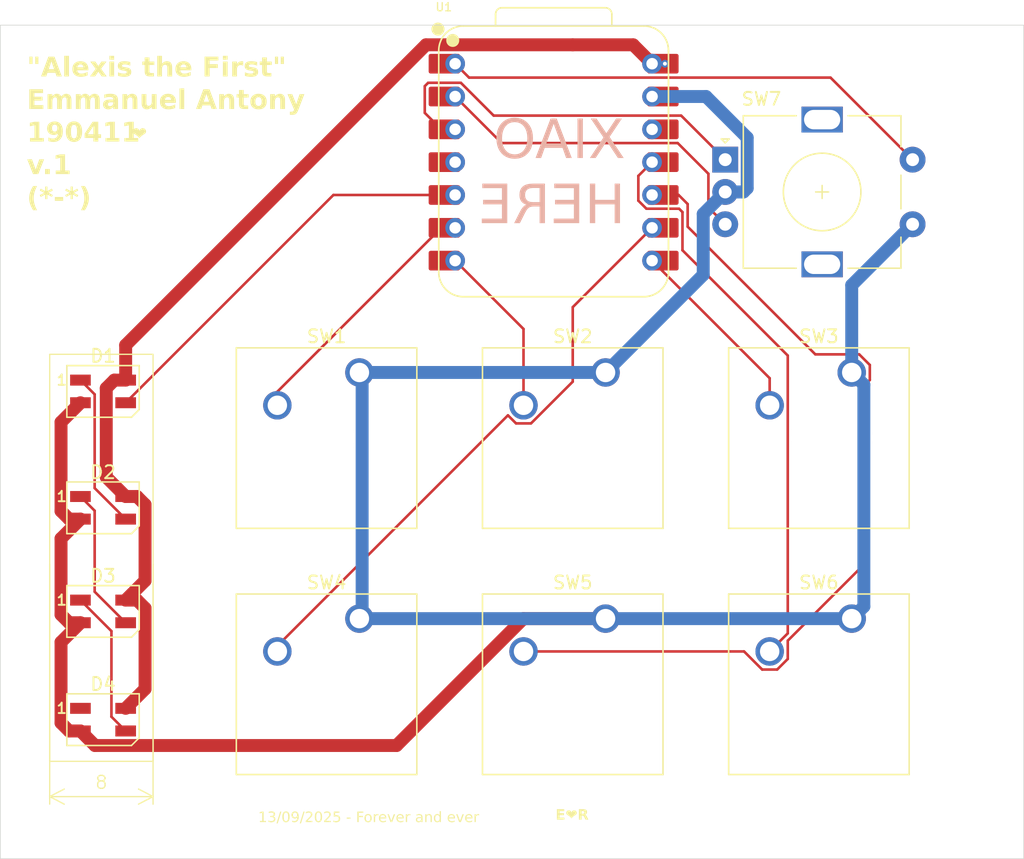
<source format=kicad_pcb>
(kicad_pcb (version 20241229) (generator "pcbnew") (generator_version "9.0")
  (layers (0 "F.Cu" signal) (2 "B.Cu" signal) (13 "F.Paste" user) (15 "B.Paste" user) (5 "F.SilkS" user "F.Silkscreen") (7 "B.SilkS" user "B.Silkscreen") (1 "F.Mask" user) (3 "B.Mask" user) (25 "Edge.Cuts" user))
  (net 0 "")
  (net 1 "Net-(D1-DOUT)")
  (net 2 "+5V")
  (net 3 "GND")
  (net 4 "Net-(D1-DIN)")
  (net 5 "Net-(D2-DOUT)")
  (net 6 "Net-(D3-DOUT)")
  (net 8 "Net-(U1-GPIO7{slash}SCL)")
  (net 9 "Net-(U1-GPIO0{slash}TX)")
  (net 10 "Net-(U1-GPIO1{slash}RX)")
  (net 11 "Net-(U1-GPIO2{slash}SCK)")
  (net 12 "Net-(U1-GPIO4{slash}MISO)")
  (net 13 "Net-(U1-GPIO3{slash}MOSI)")
  (net 14 "Net-(U1-GPIO27{slash}ADC1{slash}A1)")
  (net 15 "Net-(U1-GPIO26{slash}ADC0{slash}A0)")
  (net 16 "Net-(U1-GPIO28{slash}ADC2{slash}A2)")
  (footprint "Button_Switch_Keyboard:SW_Cherry_MX_1.00u_PCB" (layer "F.Cu") (at 166.05 100.38)
    (property "Reference" "SW3" (at -2.54 -2.794 0) (layer "F.SilkS"))
    (property "Value" "SW_Push")
    (fp_line (start -9.525 -1.905) (end 4.445 -1.905) (stroke (width 0.12)) (layer "F.SilkS"))
    (fp_line (start -9.525 12.065) (end -9.525 -1.905) (stroke (width 0.12)) (layer "F.SilkS"))
    (fp_line (start 4.445 -1.905) (end 4.445 12.065) (stroke (width 0.12)) (layer "F.SilkS"))
    (fp_line (start 4.445 12.065) (end -9.525 12.065) (stroke (width 0.12)) (layer "F.SilkS"))
    (pad "" np_thru_hole circle (at -7.62 5.08) (size 1.7 1.7) (drill 1.7) (layers "*.Cu" "*.Mask"))
    (pad "" np_thru_hole circle (at -2.54 5.08) (size 4 4) (drill 4) (layers "*.Cu" "*.Mask"))
    (pad "" np_thru_hole circle (at 2.54 5.08) (size 1.7 1.7) (drill 1.7) (layers "*.Cu" "*.Mask"))
    (pad "1" thru_hole circle (at 0 0) (size 2.2 2.2) (drill 1.5) (layers "*.Cu" "*.Mask") (net 3 "GND"))
    (pad "2" thru_hole circle (at -6.35 2.54) (size 2.2 2.2) (drill 1.5) (layers "*.Cu" "*.Mask") (net 10 "Net-(U1-GPIO1{slash}RX)"))
  )
  (footprint "Button_Switch_Keyboard:SW_Cherry_MX_1.00u_PCB" (layer "F.Cu") (at 166.05 119.43)
    (property "Reference" "SW6" (at -2.54 -2.794 0) (layer "F.SilkS"))
    (property "Value" "SW_Push")
    (fp_line (start -9.525 -1.905) (end 4.445 -1.905) (stroke (width 0.12)) (layer "F.SilkS"))
    (fp_line (start -9.525 12.065) (end -9.525 -1.905) (stroke (width 0.12)) (layer "F.SilkS"))
    (fp_line (start 4.445 -1.905) (end 4.445 12.065) (stroke (width 0.12)) (layer "F.SilkS"))
    (fp_line (start 4.445 12.065) (end -9.525 12.065) (stroke (width 0.12)) (layer "F.SilkS"))
    (pad "" np_thru_hole circle (at -7.62 5.08) (size 1.7 1.7) (drill 1.7) (layers "*.Cu" "*.Mask"))
    (pad "" np_thru_hole circle (at -2.54 5.08) (size 4 4) (drill 4) (layers "*.Cu" "*.Mask"))
    (pad "" np_thru_hole circle (at 2.54 5.08) (size 1.7 1.7) (drill 1.7) (layers "*.Cu" "*.Mask"))
    (pad "1" thru_hole circle (at 0 0) (size 2.2 2.2) (drill 1.5) (layers "*.Cu" "*.Mask") (net 3 "GND"))
    (pad "2" thru_hole circle (at -6.35 2.54) (size 2.2 2.2) (drill 1.5) (layers "*.Cu" "*.Mask") (net 13 "Net-(U1-GPIO3{slash}MOSI)"))
  )
  (footprint "opl:XIAO-RP2040-DIP" (layer "F.Cu") (at 142.98 84.10375)
    (property "Reference" "U1" (at -8.5 -12 0) (layer "F.SilkS") (effects (font (size 0.635 0.635) (thickness 0.1016))))
    (property "Value" "XIAO-RP2040-DIP")
    (fp_line (start -8.89 8.509) (end -8.89 -8.636) (stroke (width 0.127)) (layer "F.SilkS"))
    (fp_line (start -6.985 10.414) (end 6.985 10.414) (stroke (width 0.127)) (layer "F.SilkS"))
    (fp_line (start -4.495 -10.541) (end -4.491272 -11.451272) (stroke (width 0.127)) (layer "F.SilkS"))
    (fp_line (start -3.991272 -11.951) (end 4.004 -11.951) (stroke (width 0.127)) (layer "F.SilkS"))
    (fp_line (start 4.504 -11.451) (end 4.504 -10.541) (stroke (width 0.127)) (layer "F.SilkS"))
    (fp_line (start 6.985 -10.541) (end -6.985 -10.541) (stroke (width 0.1)) (layer "F.SilkS"))
    (fp_line (start 6.985 -10.541) (end -6.985 -10.541) (stroke (width 0.127)) (layer "F.SilkS"))
    (fp_line (start 8.89 8.509) (end 8.89 -8.636) (stroke (width 0.127)) (layer "F.SilkS"))
    (fp_arc (start -8.89 -8.636) (mid -8.332038 -9.983038) (end -6.985 -10.541) (stroke (width 0.127)) (layer "F.SilkS"))
    (fp_arc (start -6.985 10.414) (mid -8.332038 9.856038) (end -8.89 8.509) (stroke (width 0.127)) (layer "F.SilkS"))
    (fp_arc (start -4.491272 -11.451272) (mid -4.344728 -11.80464) (end -3.991272 -11.951) (stroke (width 0.127)) (layer "F.SilkS"))
    (fp_arc (start 4.004 -11.951) (mid 4.357553 -11.804553) (end 4.504 -11.451) (stroke (width 0.127)) (layer "F.SilkS"))
    (fp_arc (start 6.985 -10.541) (mid 8.332038 -9.983038) (end 8.89 -8.636) (stroke (width 0.127)) (layer "F.SilkS"))
    (fp_arc (start 8.89 8.509) (mid 8.332038 9.856038) (end 6.985 10.414) (stroke (width 0.127)) (layer "F.SilkS"))
    (fp_circle (center -8.95 -10.3) (end -8.95 -10.554) (stroke (width 0.5)) (fill yes) (layer "F.SilkS"))
    (fp_circle (center -7.807 -9.42) (end -7.807 -9.674) (stroke (width 0.5)) (fill yes) (layer "F.SilkS"))
    (pad "1" smd roundrect (at -8.455 -7.62 180) (size 2.432 1.524) (layers "F.Cu" "F.Mask") (roundrect_rratio 0.1) (net 15 "Net-(U1-GPIO26{slash}ADC0{slash}A0)"))
    (pad "1" thru_hole circle (at -7.62 -7.62 180) (size 1.524 1.524) (drill 0.889) (layers "*.Cu" "*.Mask") (net 15 "Net-(U1-GPIO26{slash}ADC0{slash}A0)"))
    (pad "2" smd roundrect (at -8.455 -5.08 180) (size 2.432 1.524) (layers "F.Cu" "F.Mask") (roundrect_rratio 0.1) (net 14 "Net-(U1-GPIO27{slash}ADC1{slash}A1)"))
    (pad "2" thru_hole circle (at -7.62 -5.08 180) (size 1.524 1.524) (drill 0.889) (layers "*.Cu" "*.Mask") (net 14 "Net-(U1-GPIO27{slash}ADC1{slash}A1)"))
    (pad "3" smd roundrect (at -8.455 -2.54 180) (size 2.432 1.524) (layers "F.Cu" "F.Mask") (roundrect_rratio 0.1) (net 16 "Net-(U1-GPIO28{slash}ADC2{slash}A2)"))
    (pad "3" thru_hole circle (at -7.62 -2.54 180) (size 1.524 1.524) (drill 0.889) (layers "*.Cu" "*.Mask") (net 16 "Net-(U1-GPIO28{slash}ADC2{slash}A2)"))
    (pad "4" smd roundrect (at -8.455 0 180) (size 2.432 1.524) (layers "F.Cu" "F.Mask") (roundrect_rratio 0.1))
    (pad "4" thru_hole circle (at -7.62 0 180) (size 1.524 1.524) (drill 0.889) (layers "*.Cu" "*.Mask"))
    (pad "5" smd roundrect (at -8.455 2.54 180) (size 2.432 1.524) (layers "F.Cu" "F.Mask") (roundrect_rratio 0.1) (net 4 "Net-(D1-DIN)"))
    (pad "5" thru_hole circle (at -7.62 2.54 180) (size 1.524 1.524) (drill 0.889) (layers "*.Cu" "*.Mask") (net 4 "Net-(D1-DIN)"))
    (pad "6" smd roundrect (at -8.455 5.08 180) (size 2.432 1.524) (layers "F.Cu" "F.Mask") (roundrect_rratio 0.1) (net 8 "Net-(U1-GPIO7{slash}SCL)"))
    (pad "6" thru_hole circle (at -7.62 5.08 180) (size 1.524 1.524) (drill 0.889) (layers "*.Cu" "*.Mask") (net 8 "Net-(U1-GPIO7{slash}SCL)"))
    (pad "7" smd roundrect (at -8.455 7.62 180) (size 2.432 1.524) (layers "F.Cu" "F.Mask") (roundrect_rratio 0.1) (net 9 "Net-(U1-GPIO0{slash}TX)"))
    (pad "7" thru_hole circle (at -7.62 7.62 180) (size 1.524 1.524) (drill 0.889) (layers "*.Cu" "*.Mask") (net 9 "Net-(U1-GPIO0{slash}TX)"))
    (pad "8" thru_hole circle (at 7.62 7.62) (size 1.524 1.524) (drill 0.889) (layers "*.Cu" "*.Mask") (net 10 "Net-(U1-GPIO1{slash}RX)"))
    (pad "8" smd roundrect (at 8.455 7.62) (size 2.432 1.524) (layers "F.Cu" "F.Mask") (roundrect_rratio 0.1) (net 10 "Net-(U1-GPIO1{slash}RX)"))
    (pad "9" thru_hole circle (at 7.62 5.08) (size 1.524 1.524) (drill 0.889) (layers "*.Cu" "*.Mask") (net 11 "Net-(U1-GPIO2{slash}SCK)"))
    (pad "9" smd roundrect (at 8.455 5.08) (size 2.432 1.524) (layers "F.Cu" "F.Mask") (roundrect_rratio 0.1) (net 11 "Net-(U1-GPIO2{slash}SCK)"))
    (pad "10" thru_hole circle (at 7.62 2.54) (size 1.524 1.524) (drill 0.889) (layers "*.Cu" "*.Mask") (net 12 "Net-(U1-GPIO4{slash}MISO)"))
    (pad "10" smd roundrect (at 8.455 2.54) (size 2.432 1.524) (layers "F.Cu" "F.Mask") (roundrect_rratio 0.1) (net 12 "Net-(U1-GPIO4{slash}MISO)"))
    (pad "11" thru_hole circle (at 7.62 0) (size 1.524 1.524) (drill 0.889) (layers "*.Cu" "*.Mask") (net 13 "Net-(U1-GPIO3{slash}MOSI)"))
    (pad "11" smd roundrect (at 8.455 0) (size 2.432 1.524) (layers "F.Cu" "F.Mask") (roundrect_rratio 0.1) (net 13 "Net-(U1-GPIO3{slash}MOSI)"))
    (pad "12" thru_hole circle (at 7.62 -2.54) (size 1.524 1.524) (drill 0.889) (layers "*.Cu" "*.Mask"))
    (pad "12" smd roundrect (at 8.455 -2.54) (size 2.432 1.524) (layers "F.Cu" "F.Mask") (roundrect_rratio 0.1))
    (pad "13" thru_hole circle (at 7.62 -5.08) (size 1.524 1.524) (drill 0.889) (layers "*.Cu" "*.Mask") (net 3 "GND"))
    (pad "13" smd roundrect (at 8.455 -5.08) (size 2.432 1.524) (layers "F.Cu" "F.Mask") (roundrect_rratio 0.1) (net 3 "GND"))
    (pad "14" thru_hole circle (at 7.62 -7.62) (size 1.524 1.524) (drill 0.889) (layers "*.Cu" "*.Mask") (net 2 "+5V"))
    (pad "14" smd roundrect (at 8.455 -7.62) (size 2.432 1.524) (layers "F.Cu" "F.Mask") (roundrect_rratio 0.1) (net 2 "+5V"))
  )
  (footprint "LED_SMD:LED_SK6812MINI_PLCC4_3.5x3.5mm_P1.75mm" (layer "F.Cu") (at 108.11 118.8725)
    (property "Reference" "D3" (at 0 -2.75 0) (layer "F.SilkS"))
    (property "Value" "SK6812MINI")
    (fp_line (start -2.8 -2) (end -2.8 2) (stroke (width 0.12)) (layer "F.SilkS"))
    (fp_line (start -2.8 -2) (end 2.8 -2) (stroke (width 0.12)) (layer "F.SilkS"))
    (fp_line (start -2.8 2) (end 2.2 2) (stroke (width 0.12)) (layer "F.SilkS"))
    (fp_line (start 2.8 1.4) (end 2.2 2) (stroke (width 0.12)) (layer "F.SilkS"))
    (fp_line (start 2.8 1.4) (end 2.8 -2) (stroke (width 0.12)) (layer "F.SilkS"))
    (fp_text user "1" (at -3.2 -0.875 0) (layer "F.SilkS") (effects (font (size 0.8 0.8))))
    (pad "1" smd rect (at -1.75 -0.875) (size 1.6 0.85) (layers "F.Cu" "F.Mask" "F.Paste") (net 6 "Net-(D3-DOUT)"))
    (pad "2" smd rect (at -1.75 0.875) (size 1.6 0.85) (layers "F.Cu" "F.Mask" "F.Paste") (net 3 "GND"))
    (pad "3" smd rect (at 1.75 0.875) (size 1.6 0.85) (layers "F.Cu" "F.Mask" "F.Paste") (net 5 "Net-(D2-DOUT)"))
    (pad "4" smd rect (at 1.75 -0.875) (size 1.6 0.85) (layers "F.Cu" "F.Mask" "F.Paste") (net 2 "+5V"))
  )
  (footprint "LED_SMD:LED_SK6812MINI_PLCC4_3.5x3.5mm_P1.75mm" (layer "F.Cu") (at 108.11 101.84625)
    (property "Reference" "D1" (at 0 -2.75 0) (layer "F.SilkS"))
    (property "Value" "SK6812MINI")
    (fp_line (start -2.8 -2) (end -2.8 2) (stroke (width 0.12)) (layer "F.SilkS"))
    (fp_line (start -2.8 -2) (end 2.8 -2) (stroke (width 0.12)) (layer "F.SilkS"))
    (fp_line (start -2.8 2) (end 2.2 2) (stroke (width 0.12)) (layer "F.SilkS"))
    (fp_line (start 2.8 1.4) (end 2.2 2) (stroke (width 0.12)) (layer "F.SilkS"))
    (fp_line (start 2.8 1.4) (end 2.8 -2) (stroke (width 0.12)) (layer "F.SilkS"))
    (fp_text user "1" (at -3.2 -0.875 0) (layer "F.SilkS") (effects (font (size 0.8 0.8))))
    (pad "1" smd rect (at -1.75 -0.875) (size 1.6 0.85) (layers "F.Cu" "F.Mask" "F.Paste") (net 1 "Net-(D1-DOUT)"))
    (pad "2" smd rect (at -1.75 0.875) (size 1.6 0.85) (layers "F.Cu" "F.Mask" "F.Paste") (net 3 "GND"))
    (pad "3" smd rect (at 1.75 0.875) (size 1.6 0.85) (layers "F.Cu" "F.Mask" "F.Paste") (net 4 "Net-(D1-DIN)"))
    (pad "4" smd rect (at 1.75 -0.875) (size 1.6 0.85) (layers "F.Cu" "F.Mask" "F.Paste") (net 2 "+5V"))
  )
  (footprint "Button_Switch_Keyboard:SW_Cherry_MX_1.00u_PCB" (layer "F.Cu") (at 127.95 100.38)
    (property "Reference" "SW1" (at -2.54 -2.794 0) (layer "F.SilkS"))
    (property "Value" "SW_Push")
    (fp_line (start -9.525 -1.905) (end 4.445 -1.905) (stroke (width 0.12)) (layer "F.SilkS"))
    (fp_line (start -9.525 12.065) (end -9.525 -1.905) (stroke (width 0.12)) (layer "F.SilkS"))
    (fp_line (start 4.445 -1.905) (end 4.445 12.065) (stroke (width 0.12)) (layer "F.SilkS"))
    (fp_line (start 4.445 12.065) (end -9.525 12.065) (stroke (width 0.12)) (layer "F.SilkS"))
    (pad "" np_thru_hole circle (at -7.62 5.08) (size 1.7 1.7) (drill 1.7) (layers "*.Cu" "*.Mask"))
    (pad "" np_thru_hole circle (at -2.54 5.08) (size 4 4) (drill 4) (layers "*.Cu" "*.Mask"))
    (pad "" np_thru_hole circle (at 2.54 5.08) (size 1.7 1.7) (drill 1.7) (layers "*.Cu" "*.Mask"))
    (pad "1" thru_hole circle (at 0 0) (size 2.2 2.2) (drill 1.5) (layers "*.Cu" "*.Mask") (net 3 "GND"))
    (pad "2" thru_hole circle (at -6.35 2.54) (size 2.2 2.2) (drill 1.5) (layers "*.Cu" "*.Mask") (net 8 "Net-(U1-GPIO7{slash}SCL)"))
  )
  (footprint "Rotary_Encoder:RotaryEncoder_Alps_EC11E-Switch_Vertical_H20mm" (layer "F.Cu") (at 156.26 83.91)
    (property "Reference" "SW7" (at 2.8 -4.7 0) (layer "F.SilkS"))
    (property "Value" "RotaryEncoder_Switch")
    (fp_line (start -0.3 -1.6) (end 0.3 -1.6) (stroke (width 0.12)) (layer "F.SilkS"))
    (fp_line (start 0 -1.3) (end -0.3 -1.6) (stroke (width 0.12)) (layer "F.SilkS"))
    (fp_line (start 0.3 -1.6) (end 0 -1.3) (stroke (width 0.12)) (layer "F.SilkS"))
    (fp_line (start 1.4 -3.4) (end 1.4 8.4) (stroke (width 0.12)) (layer "F.SilkS"))
    (fp_line (start 5.5 -3.4) (end 1.4 -3.4) (stroke (width 0.12)) (layer "F.SilkS"))
    (fp_line (start 5.5 8.4) (end 1.4 8.4) (stroke (width 0.12)) (layer "F.SilkS"))
    (fp_line (start 7 2.5) (end 8 2.5) (stroke (width 0.12)) (layer "F.SilkS"))
    (fp_line (start 7.5 2) (end 7.5 3) (stroke (width 0.12)) (layer "F.SilkS"))
    (fp_line (start 9.5 -3.4) (end 13.6 -3.4) (stroke (width 0.12)) (layer "F.SilkS"))
    (fp_line (start 13.6 -3.4) (end 13.6 -1) (stroke (width 0.12)) (layer "F.SilkS"))
    (fp_line (start 13.6 1.2) (end 13.6 3.8) (stroke (width 0.12)) (layer "F.SilkS"))
    (fp_line (start 13.6 6) (end 13.6 8.4) (stroke (width 0.12)) (layer "F.SilkS"))
    (fp_line (start 13.6 8.4) (end 9.5 8.4) (stroke (width 0.12)) (layer "F.SilkS"))
    (fp_circle (center 7.5 2.5) (end 10.5 2.5) (stroke (width 0.12)) (fill no) (layer "F.SilkS"))
    (pad "A" thru_hole rect (at 0 0) (size 2 2) (drill 1) (layers "*.Cu" "*.Mask") (net 16 "Net-(U1-GPIO28{slash}ADC2{slash}A2)"))
    (pad "B" thru_hole circle (at 0 5) (size 2 2) (drill 1) (layers "*.Cu" "*.Mask") (net 14 "Net-(U1-GPIO27{slash}ADC1{slash}A1)"))
    (pad "C" thru_hole circle (at 0 2.5) (size 2 2) (drill 1) (layers "*.Cu" "*.Mask") (net 3 "GND"))
    (pad "MP" thru_hole rect (at 7.5 -3.1) (size 3.2 2) (drill oval 2.8 1.5) (layers "*.Cu" "*.Mask"))
    (pad "MP" thru_hole rect (at 7.5 8.1) (size 3.2 2) (drill oval 2.8 1.5) (layers "*.Cu" "*.Mask"))
    (pad "S1" thru_hole circle (at 14.5 5) (size 2 2) (drill 1) (layers "*.Cu" "*.Mask") (net 3 "GND"))
    (pad "S2" thru_hole circle (at 14.5 0) (size 2 2) (drill 1) (layers "*.Cu" "*.Mask") (net 15 "Net-(U1-GPIO26{slash}ADC0{slash}A0)"))
  )
  (footprint "LED_SMD:LED_SK6812MINI_PLCC4_3.5x3.5mm_P1.75mm" (layer "F.Cu") (at 108.11 127.24875)
    (property "Reference" "D4" (at 0 -2.75 0) (layer "F.SilkS"))
    (property "Value" "SK6812MINI")
    (fp_line (start -2.8 -2) (end -2.8 2) (stroke (width 0.12)) (layer "F.SilkS"))
    (fp_line (start -2.8 -2) (end 2.8 -2) (stroke (width 0.12)) (layer "F.SilkS"))
    (fp_line (start -2.8 2) (end 2.2 2) (stroke (width 0.12)) (layer "F.SilkS"))
    (fp_line (start 2.8 1.4) (end 2.2 2) (stroke (width 0.12)) (layer "F.SilkS"))
    (fp_line (start 2.8 1.4) (end 2.8 -2) (stroke (width 0.12)) (layer "F.SilkS"))
    (fp_text user "1" (at -3.2 -0.875 0) (layer "F.SilkS") (effects (font (size 0.8 0.8))))
    (pad "1" smd rect (at -1.75 -0.875) (size 1.6 0.85) (layers "F.Cu" "F.Mask" "F.Paste"))
    (pad "2" smd rect (at -1.75 0.875) (size 1.6 0.85) (layers "F.Cu" "F.Mask" "F.Paste") (net 3 "GND"))
    (pad "3" smd rect (at 1.75 0.875) (size 1.6 0.85) (layers "F.Cu" "F.Mask" "F.Paste") (net 6 "Net-(D3-DOUT)"))
    (pad "4" smd rect (at 1.75 -0.875) (size 1.6 0.85) (layers "F.Cu" "F.Mask" "F.Paste") (net 2 "+5V"))
  )
  (footprint "LED_SMD:LED_SK6812MINI_PLCC4_3.5x3.5mm_P1.75mm" (layer "F.Cu") (at 108.11 110.85375)
    (property "Reference" "D2" (at 0 -2.75 0) (layer "F.SilkS"))
    (property "Value" "SK6812MINI")
    (fp_line (start -2.8 -2) (end -2.8 2) (stroke (width 0.12)) (layer "F.SilkS"))
    (fp_line (start -2.8 -2) (end 2.8 -2) (stroke (width 0.12)) (layer "F.SilkS"))
    (fp_line (start -2.8 2) (end 2.2 2) (stroke (width 0.12)) (layer "F.SilkS"))
    (fp_line (start 2.8 1.4) (end 2.2 2) (stroke (width 0.12)) (layer "F.SilkS"))
    (fp_line (start 2.8 1.4) (end 2.8 -2) (stroke (width 0.12)) (layer "F.SilkS"))
    (fp_text user "1" (at -3.2 -0.875 0) (layer "F.SilkS") (effects (font (size 0.8 0.8))))
    (pad "1" smd rect (at -1.75 -0.875) (size 1.6 0.85) (layers "F.Cu" "F.Mask" "F.Paste") (net 5 "Net-(D2-DOUT)"))
    (pad "2" smd rect (at -1.75 0.875) (size 1.6 0.85) (layers "F.Cu" "F.Mask" "F.Paste") (net 3 "GND"))
    (pad "3" smd rect (at 1.75 0.875) (size 1.6 0.85) (layers "F.Cu" "F.Mask" "F.Paste") (net 1 "Net-(D1-DOUT)"))
    (pad "4" smd rect (at 1.75 -0.875) (size 1.6 0.85) (layers "F.Cu" "F.Mask" "F.Paste") (net 2 "+5V"))
  )
  (footprint "Button_Switch_Keyboard:SW_Cherry_MX_1.00u_PCB" (layer "F.Cu") (at 127.95 119.43)
    (property "Reference" "SW4" (at -2.54 -2.794 0) (layer "F.SilkS"))
    (property "Value" "SW_Push")
    (fp_line (start -9.525 -1.905) (end 4.445 -1.905) (stroke (width 0.12)) (layer "F.SilkS"))
    (fp_line (start -9.525 12.065) (end -9.525 -1.905) (stroke (width 0.12)) (layer "F.SilkS"))
    (fp_line (start 4.445 -1.905) (end 4.445 12.065) (stroke (width 0.12)) (layer "F.SilkS"))
    (fp_line (start 4.445 12.065) (end -9.525 12.065) (stroke (width 0.12)) (layer "F.SilkS"))
    (pad "" np_thru_hole circle (at -7.62 5.08) (size 1.7 1.7) (drill 1.7) (layers "*.Cu" "*.Mask"))
    (pad "" np_thru_hole circle (at -2.54 5.08) (size 4 4) (drill 4) (layers "*.Cu" "*.Mask"))
    (pad "" np_thru_hole circle (at 2.54 5.08) (size 1.7 1.7) (drill 1.7) (layers "*.Cu" "*.Mask"))
    (pad "1" thru_hole circle (at 0 0) (size 2.2 2.2) (drill 1.5) (layers "*.Cu" "*.Mask") (net 3 "GND"))
    (pad "2" thru_hole circle (at -6.35 2.54) (size 2.2 2.2) (drill 1.5) (layers "*.Cu" "*.Mask") (net 11 "Net-(U1-GPIO2{slash}SCK)"))
  )
  (footprint "Button_Switch_Keyboard:SW_Cherry_MX_1.00u_PCB" (layer "F.Cu") (at 147 100.38)
    (property "Reference" "SW2" (at -2.54 -2.794 0) (layer "F.SilkS"))
    (property "Value" "SW_Push")
    (fp_line (start -9.525 -1.905) (end 4.445 -1.905) (stroke (width 0.12)) (layer "F.SilkS"))
    (fp_line (start -9.525 12.065) (end -9.525 -1.905) (stroke (width 0.12)) (layer "F.SilkS"))
    (fp_line (start 4.445 -1.905) (end 4.445 12.065) (stroke (width 0.12)) (layer "F.SilkS"))
    (fp_line (start 4.445 12.065) (end -9.525 12.065) (stroke (width 0.12)) (layer "F.SilkS"))
    (pad "" np_thru_hole circle (at -7.62 5.08) (size 1.7 1.7) (drill 1.7) (layers "*.Cu" "*.Mask"))
    (pad "" np_thru_hole circle (at -2.54 5.08) (size 4 4) (drill 4) (layers "*.Cu" "*.Mask"))
    (pad "" np_thru_hole circle (at 2.54 5.08) (size 1.7 1.7) (drill 1.7) (layers "*.Cu" "*.Mask"))
    (pad "1" thru_hole circle (at 0 0) (size 2.2 2.2) (drill 1.5) (layers "*.Cu" "*.Mask") (net 3 "GND"))
    (pad "2" thru_hole circle (at -6.35 2.54) (size 2.2 2.2) (drill 1.5) (layers "*.Cu" "*.Mask") (net 9 "Net-(U1-GPIO0{slash}TX)"))
  )
  (footprint "Button_Switch_Keyboard:SW_Cherry_MX_1.00u_PCB" (layer "F.Cu") (at 147 119.43)
    (property "Reference" "SW5" (at -2.54 -2.794 0) (layer "F.SilkS"))
    (property "Value" "SW_Push")
    (fp_line (start -9.525 -1.905) (end 4.445 -1.905) (stroke (width 0.12)) (layer "F.SilkS"))
    (fp_line (start -9.525 12.065) (end -9.525 -1.905) (stroke (width 0.12)) (layer "F.SilkS"))
    (fp_line (start 4.445 -1.905) (end 4.445 12.065) (stroke (width 0.12)) (layer "F.SilkS"))
    (fp_line (start 4.445 12.065) (end -9.525 12.065) (stroke (width 0.12)) (layer "F.SilkS"))
    (pad "" np_thru_hole circle (at -7.62 5.08) (size 1.7 1.7) (drill 1.7) (layers "*.Cu" "*.Mask"))
    (pad "" np_thru_hole circle (at -2.54 5.08) (size 4 4) (drill 4) (layers "*.Cu" "*.Mask"))
    (pad "" np_thru_hole circle (at 2.54 5.08) (size 1.7 1.7) (drill 1.7) (layers "*.Cu" "*.Mask"))
    (pad "1" thru_hole circle (at 0 0) (size 2.2 2.2) (drill 1.5) (layers "*.Cu" "*.Mask") (net 3 "GND"))
    (pad "2" thru_hole circle (at -6.35 2.54) (size 2.2 2.2) (drill 1.5) (layers "*.Cu" "*.Mask") (net 12 "Net-(U1-GPIO4{slash}MISO)"))
  )
  (gr_rect (start 103.98 98.97375) (end 111.98 130.47375) (stroke (width 0.1)) (fill no) (layer "F.SilkS"))
  (gr_rect (start 100.16 73.50375) (end 179.36 138.00375) (stroke (width 0.05)) (fill no) (layer "Edge.Cuts"))
  (gr_text "E❤️R" (at 143.13 135.12375 0) (layer "F.SilkS") (effects (font (size 0.8 0.8) (thickness 0.1) (bold yes)) (justify left bottom)))
  (gr_text "❤️" (at 110.34 82.54375 0) (layer "F.SilkS") (effects (font (size 1 1) (thickness 0.1)) (justify left bottom)))
  (gr_text "13/09/2025 - Forever and ever" (at 120.11 135.31375 0) (layer "F.SilkS") (effects (font (size 0.8 0.8) (thickness 0.1)) (justify left bottom)))
  (gr_text "{dblquote}Alexis the First{dblquote}\nEmmanuel Antony \n190411 \nv.1\n(*-*)" (at 102.21 87.80375 0) (layer "F.SilkS") (effects (font (size 1.5 1.5) (thickness 0.3) (bold yes)) (justify left bottom)))
  (gr_text "XIAO\nHERE" (at 148.53 89.33375 0) (layer "B.SilkS") (effects (font (size 3 3) (thickness 0.625)) (justify left bottom mirror)))
  (dimension (type orthogonal) (layer "F.SilkS") (pts (xy 111.98 114.72375) (xy 103.98 114.72375)) (height 18.48) (orientation 0) (format (prefix "") (suffix "") (units 3) (units_format 0) (precision 4) (suppress_zeroes yes)) (style (thickness 0.1) (arrow_length 1.27) (text_position_mode 0) (arrow_direction outward) (extension_height 0.58642) (extension_offset 0.5) (keep_text_aligned yes)) (gr_text "8" (at 107.98 132.10375 0) (layer "F.SilkS") (effects (font (size 1 1) (thickness 0.1)))))
  (segment (start 107.461 102.07225) (end 107.461 109.32975) (width 0.2) (layer "F.Cu") (net 1))
  (segment (start 107.461 109.32975) (end 109.86 111.72875) (width 0.2) (layer "F.Cu") (net 1))
  (segment (start 106.36 100.97125) (end 107.461 102.07225) (width 0.2) (layer "F.Cu") (net 1))
  (segment (start 111.361 124.87275) (end 109.86 126.37375) (width 1) (layer "F.Cu") (net 2))
  (segment (start 108.983 100.97125) (end 109.86 100.97125) (width 1) (layer "F.Cu") (net 2))
  (segment (start 111.361 110.60275) (end 111.361 116.4965) (width 1) (layer "F.Cu") (net 2))
  (segment (start 109.86 109.97875) (end 110.737 109.97875) (width 1) (layer "F.Cu") (net 2))
  (segment (start 108.359 108.47775) (end 108.359 101.59525) (width 1) (layer "F.Cu") (net 2))
  (segment (start 149.137 75.02075) (end 150.6 76.48375) (width 1) (layer "F.Cu") (net 2))
  (segment (start 109.86 98.264438) (end 133.103688 75.02075) (width 1) (layer "F.Cu") (net 2))
  (segment (start 110.737 109.97875) (end 111.361 110.60275) (width 1) (layer "F.Cu") (net 2))
  (segment (start 109.86 117.9975) (end 110.737 117.9975) (width 1) (layer "F.Cu") (net 2))
  (segment (start 133.103688 75.02075) (end 144.46 75.02075) (width 1) (layer "F.Cu") (net 2))
  (segment (start 109.86 109.97875) (end 108.359 108.47775) (width 1) (layer "F.Cu") (net 2))
  (segment (start 109.86 100.97125) (end 109.86 98.264438) (width 1) (layer "F.Cu") (net 2))
  (segment (start 144.46 75.02075) (end 149.137 75.02075) (width 1) (layer "F.Cu") (net 2))
  (segment (start 110.737 117.9975) (end 111.361 118.6215) (width 1) (layer "F.Cu") (net 2))
  (segment (start 108.359 101.59525) (end 108.983 100.97125) (width 1) (layer "F.Cu") (net 2))
  (segment (start 111.361 118.6215) (end 111.361 124.87275) (width 1) (layer "F.Cu") (net 2))
  (segment (start 111.361 116.4965) (end 109.86 117.9975) (width 1) (layer "F.Cu") (net 2))
  (via (at 151.5945 76.48375) (size 0.6) (drill 0.3) (layers "F.Cu" "B.Cu") (net 2))
  (segment (start 150.68 76.48375) (end 151.5945 76.48375) (width 0.2) (layer "B.Cu") (net 2))
  (segment (start 105.483 119.7475) (end 104.859 119.1235) (width 1) (layer "F.Cu") (net 3))
  (segment (start 104.859 119.1235) (end 104.859 113.22975) (width 1) (layer "F.Cu") (net 3))
  (segment (start 107.486 129.24975) (end 130.823251 129.24975) (width 1) (layer "F.Cu") (net 3))
  (segment (start 140.643001 119.43) (end 147 119.43) (width 1) (layer "F.Cu") (net 3))
  (segment (start 106.36 111.72875) (end 105.483 111.72875) (width 1) (layer "F.Cu") (net 3))
  (segment (start 105.483 128.12375) (end 104.859 127.49975) (width 1) (layer "F.Cu") (net 3))
  (segment (start 104.859 104.22225) (end 106.36 102.72125) (width 1) (layer "F.Cu") (net 3))
  (segment (start 106.36 128.12375) (end 107.486 129.24975) (width 1) (layer "F.Cu") (net 3))
  (segment (start 104.859 121.2485) (end 106.36 119.7475) (width 1) (layer "F.Cu") (net 3))
  (segment (start 104.859 113.22975) (end 106.36 111.72875) (width 1) (layer "F.Cu") (net 3))
  (segment (start 106.36 119.7475) (end 105.483 119.7475) (width 1) (layer "F.Cu") (net 3))
  (segment (start 130.823251 129.24975) (end 140.643001 119.43) (width 1) (layer "F.Cu") (net 3))
  (segment (start 105.483 111.72875) (end 104.859 111.10475) (width 1) (layer "F.Cu") (net 3))
  (segment (start 104.859 111.10475) (end 104.859 104.22225) (width 1) (layer "F.Cu") (net 3))
  (segment (start 106.36 128.12375) (end 105.483 128.12375) (width 1) (layer "F.Cu") (net 3))
  (segment (start 104.859 127.49975) (end 104.859 121.2485) (width 1) (layer "F.Cu") (net 3))
  (segment (start 127.95 100.38) (end 128.161 100.591) (width 1) (layer "B.Cu") (net 3))
  (segment (start 154.77575 79.02375) (end 150.6 79.02375) (width 1) (layer "B.Cu") (net 3))
  (segment (start 157.961 82.209) (end 154.77575 79.02375) (width 1) (layer "B.Cu") (net 3))
  (segment (start 157.674213 86.41) (end 157.961 86.123213) (width 1) (layer "B.Cu") (net 3))
  (segment (start 128.161 100.591) (end 128.161 119.219) (width 1) (layer "B.Cu") (net 3))
  (segment (start 166.989 101.319) (end 166.05 100.38) (width 1) (layer "B.Cu") (net 3))
  (segment (start 154.559 92.821) (end 154.559 88.111) (width 1) (layer "B.Cu") (net 3))
  (segment (start 147 100.38) (end 154.559 92.821) (width 1) (layer "B.Cu") (net 3))
  (segment (start 127.95 119.43) (end 147 119.43) (width 1) (layer "B.Cu") (net 3))
  (segment (start 166.05 119.43) (end 166.989 118.491) (width 1) (layer "B.Cu") (net 3))
  (segment (start 154.559 88.111) (end 156.26 86.41) (width 1) (layer "B.Cu") (net 3))
  (segment (start 147 119.43) (end 166.05 119.43) (width 1) (layer "B.Cu") (net 3))
  (segment (start 156.26 86.41) (end 157.674213 86.41) (width 1) (layer "B.Cu") (net 3))
  (segment (start 170.76 88.91) (end 166.05 93.62) (width 1) (layer "B.Cu") (net 3))
  (segment (start 166.989 118.491) (end 166.989 101.319) (width 1) (layer "B.Cu") (net 3))
  (segment (start 127.95 100.38) (end 147 100.38) (width 1) (layer "B.Cu") (net 3))
  (segment (start 166.05 100.38) (end 166.05 93.62) (width 1) (layer "B.Cu") (net 3))
  (segment (start 128.161 119.219) (end 127.95 119.43) (width 1) (layer "B.Cu") (net 3))
  (segment (start 157.961 86.123213) (end 157.961 82.209) (width 1) (layer "B.Cu") (net 3))
  (segment (start 109.86 102.72125) (end 125.9375 86.64375) (width 0.2) (layer "F.Cu") (net 4))
  (segment (start 125.9375 86.64375) (end 135.36 86.64375) (width 0.2) (layer "F.Cu") (net 4))
  (segment (start 107.461 117.3485) (end 109.86 119.7475) (width 0.2) (layer "F.Cu") (net 5))
  (segment (start 107.461 111.07975) (end 107.461 117.3485) (width 0.2) (layer "F.Cu") (net 5))
  (segment (start 106.36 109.97875) (end 107.461 111.07975) (width 0.2) (layer "F.Cu") (net 5))
  (segment (start 106.36 117.9975) (end 108.759 120.3965) (width 0.2) (layer "F.Cu") (net 6))
  (segment (start 108.759 127.02275) (end 109.86 128.12375) (width 0.2) (layer "F.Cu") (net 6))
  (segment (start 108.759 120.3965) (end 108.759 127.02275) (width 0.2) (layer "F.Cu") (net 6))
  (segment (start 121.6 101.86612) (end 121.6 102.92) (width 0.2) (layer "F.Cu") (net 8))
  (segment (start 135.36 89.18375) (end 134.28237 89.18375) (width 0.2) (layer "F.Cu") (net 8))
  (segment (start 134.28237 89.18375) (end 121.6 101.86612) (width 0.2) (layer "F.Cu") (net 8))
  (segment (start 135.33625 89.18375) (end 135.36 89.18375) (width 0.2) (layer "B.Cu") (net 8))
  (segment (start 140.65 102.92) (end 140.65 97.01375) (width 0.2) (layer "F.Cu") (net 9))
  (segment (start 140.65 97.01375) (end 135.36 91.72375) (width 0.2) (layer "F.Cu") (net 9))
  (segment (start 159.7 102.92) (end 159.7 100.82375) (width 0.2) (layer "F.Cu") (net 10))
  (segment (start 159.7 100.82375) (end 150.6 91.72375) (width 0.2) (layer "F.Cu") (net 10))
  (segment (start 144.46 101.091314) (end 144.46 95.32375) (width 0.2) (layer "F.Cu") (net 11))
  (segment (start 141.230314 104.321) (end 144.46 101.091314) (width 0.2) (layer "F.Cu") (net 11))
  (segment (start 121.6 121.97) (end 121.6 121.54153) (width 0.2) (layer "F.Cu") (net 11))
  (segment (start 144.46 95.32375) (end 150.6 89.18375) (width 0.2) (layer "F.Cu") (net 11))
  (segment (start 139.445108 103.696422) (end 140.069686 104.321) (width 0.2) (layer "F.Cu") (net 11))
  (segment (start 140.069686 104.321) (end 141.230314 104.321) (width 0.2) (layer "F.Cu") (net 11))
  (segment (start 121.6 121.54153) (end 139.445108 103.696422) (width 0.2) (layer "F.Cu") (net 11))
  (segment (start 161.101 121.1361) (end 167.031314 115.205786) (width 0.2) (layer "F.Cu") (net 12))
  (segment (start 167.031314 115.205786) (end 167.031314 101.38) (width 0.2) (layer "F.Cu") (net 12))
  (segment (start 166.630314 98.979) (end 163.234786 98.979) (width 0.2) (layer "F.Cu") (net 12))
  (segment (start 157.718686 121.97) (end 159.119686 123.371) (width 0.2) (layer "F.Cu") (net 12))
  (segment (start 153.353 89.097214) (end 153.353 87.34575) (width 0.2) (layer "F.Cu") (net 12))
  (segment (start 167.031314 101.38) (end 167.451 100.960314) (width 0.2) (layer "F.Cu") (net 12))
  (segment (start 140.65 121.97) (end 157.718686 121.97) (width 0.2) (layer "F.Cu") (net 12))
  (segment (start 152.651 86.64375) (end 151.435 86.64375) (width 0.2) (layer "F.Cu") (net 12))
  (segment (start 167.451 99.799686) (end 166.630314 98.979) (width 0.2) (layer "F.Cu") (net 12))
  (segment (start 153.353 87.34575) (end 152.651 86.64375) (width 0.2) (layer "F.Cu") (net 12))
  (segment (start 159.119686 123.371) (end 160.280314 123.371) (width 0.2) (layer "F.Cu") (net 12))
  (segment (start 167.451 100.960314) (end 167.451 99.799686) (width 0.2) (layer "F.Cu") (net 12))
  (segment (start 161.101 122.550314) (end 161.101 121.1361) (width 0.2) (layer "F.Cu") (net 12))
  (segment (start 160.280314 123.371) (end 161.101 122.550314) (width 0.2) (layer "F.Cu") (net 12))
  (segment (start 163.234786 98.979) (end 153.353 89.097214) (width 0.2) (layer "F.Cu") (net 12))
  (segment (start 150.15969 87.70675) (end 149.537 87.08406) (width 0.2) (layer "F.Cu") (net 13))
  (segment (start 159.7 121.97) (end 161.101 120.569) (width 0.2) (layer "F.Cu") (net 13))
  (segment (start 149.537 87.08406) (end 149.537 85.16675) (width 0.2) (layer "F.Cu") (net 13))
  (segment (start 149.537 85.16675) (end 150.6 84.10375) (width 0.2) (layer "F.Cu") (net 13))
  (segment (start 161.101 99.071124) (end 152.952 90.922124) (width 0.2) (layer "F.Cu") (net 13))
  (segment (start 152.952 87.968124) (end 152.690626 87.70675) (width 0.2) (layer "F.Cu") (net 13))
  (segment (start 152.690626 87.70675) (end 150.15969 87.70675) (width 0.2) (layer "F.Cu") (net 13))
  (segment (start 161.101 120.569) (end 161.101 99.071124) (width 0.2) (layer "F.Cu") (net 13))
  (segment (start 152.952 90.922124) (end 152.952 87.968124) (width 0.2) (layer "F.Cu") (net 13))
  (segment (start 154.959 85.00275) (end 152.583 82.62675) (width 0.2) (layer "F.Cu") (net 14))
  (segment (start 156.26 88.91) (end 154.959 87.609) (width 0.2) (layer "F.Cu") (net 14))
  (segment (start 138.963 82.62675) (end 135.36 79.02375) (width 0.2) (layer "F.Cu") (net 14))
  (segment (start 154.959 87.609) (end 154.959 85.00275) (width 0.2) (layer "F.Cu") (net 14))
  (segment (start 152.583 82.62675) (end 138.963 82.62675) (width 0.2) (layer "F.Cu") (net 14))
  (segment (start 135.36 76.48375) (end 136.436 77.55975) (width 0.2) (layer "F.Cu") (net 15))
  (segment (start 136.436 77.55975) (end 164.40975 77.55975) (width 0.2) (layer "F.Cu") (net 15))
  (segment (start 164.40975 77.55975) (end 170.76 83.91) (width 0.2) (layer "F.Cu") (net 15))
  (segment (start 133.008 80.28938) (end 134.28237 81.56375) (width 0.2) (layer "F.Cu") (net 16))
  (segment (start 135.80031 77.96075) (end 133.269374 77.96075) (width 0.2) (layer "F.Cu") (net 16))
  (segment (start 152.85075 80.50075) (end 138.34031 80.50075) (width 0.2) (layer "F.Cu") (net 16))
  (segment (start 138.34031 80.50075) (end 135.80031 77.96075) (width 0.2) (layer "F.Cu") (net 16))
  (segment (start 133.008 78.222124) (end 133.008 80.28938) (width 0.2) (layer "F.Cu") (net 16))
  (segment (start 133.269374 77.96075) (end 133.008 78.222124) (width 0.2) (layer "F.Cu") (net 16))
  (segment (start 156.26 83.91) (end 152.85075 80.50075) (width 0.2) (layer "F.Cu") (net 16))
  (segment (start 134.28237 81.56375) (end 135.36 81.56375) (width 0.2) (layer "F.Cu") (net 16))
)
</source>
